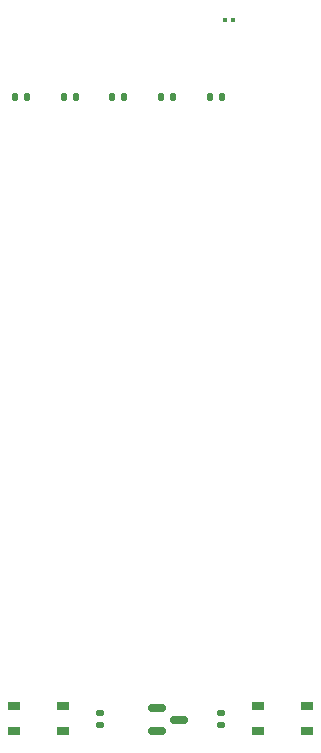
<source format=gbr>
%TF.GenerationSoftware,KiCad,Pcbnew,9.0.2*%
%TF.CreationDate,2025-06-28T18:53:08+03:00*%
%TF.ProjectId,esp-remote-board,6573702d-7265-46d6-9f74-652d626f6172,rev?*%
%TF.SameCoordinates,Original*%
%TF.FileFunction,Paste,Top*%
%TF.FilePolarity,Positive*%
%FSLAX46Y46*%
G04 Gerber Fmt 4.6, Leading zero omitted, Abs format (unit mm)*
G04 Created by KiCad (PCBNEW 9.0.2) date 2025-06-28 18:53:08*
%MOMM*%
%LPD*%
G01*
G04 APERTURE LIST*
G04 Aperture macros list*
%AMRoundRect*
0 Rectangle with rounded corners*
0 $1 Rounding radius*
0 $2 $3 $4 $5 $6 $7 $8 $9 X,Y pos of 4 corners*
0 Add a 4 corners polygon primitive as box body*
4,1,4,$2,$3,$4,$5,$6,$7,$8,$9,$2,$3,0*
0 Add four circle primitives for the rounded corners*
1,1,$1+$1,$2,$3*
1,1,$1+$1,$4,$5*
1,1,$1+$1,$6,$7*
1,1,$1+$1,$8,$9*
0 Add four rect primitives between the rounded corners*
20,1,$1+$1,$2,$3,$4,$5,0*
20,1,$1+$1,$4,$5,$6,$7,0*
20,1,$1+$1,$6,$7,$8,$9,0*
20,1,$1+$1,$8,$9,$2,$3,0*%
G04 Aperture macros list end*
%ADD10RoundRect,0.135000X-0.135000X-0.185000X0.135000X-0.185000X0.135000X0.185000X-0.135000X0.185000X0*%
%ADD11R,1.050000X0.650000*%
%ADD12RoundRect,0.135000X-0.185000X0.135000X-0.185000X-0.135000X0.185000X-0.135000X0.185000X0.135000X0*%
%ADD13RoundRect,0.079500X0.079500X0.100500X-0.079500X0.100500X-0.079500X-0.100500X0.079500X-0.100500X0*%
%ADD14RoundRect,0.150000X-0.587500X-0.150000X0.587500X-0.150000X0.587500X0.150000X-0.587500X0.150000X0*%
G04 APERTURE END LIST*
D10*
%TO.C,R20*%
X148846270Y-75260000D03*
X149866270Y-75260000D03*
%TD*%
%TO.C,R15*%
X157101270Y-75260000D03*
X158121270Y-75260000D03*
%TD*%
D11*
%TO.C,SW3*%
X140505256Y-126832230D03*
X144655256Y-126832230D03*
X140505256Y-128982230D03*
X144655256Y-128982230D03*
%TD*%
D10*
%TO.C,R21*%
X152973770Y-75260000D03*
X153993770Y-75260000D03*
%TD*%
D12*
%TO.C,R17*%
X158052564Y-127397230D03*
X158052564Y-128417230D03*
%TD*%
D13*
%TO.C,D3*%
X159032270Y-68760000D03*
X158342270Y-68760000D03*
%TD*%
D11*
%TO.C,SW4*%
X161215000Y-126832230D03*
X165365000Y-126832230D03*
X161215000Y-128982230D03*
X165365000Y-128982230D03*
%TD*%
D14*
%TO.C,Q1*%
X152592500Y-127044730D03*
X152592500Y-128944730D03*
X154467500Y-127994730D03*
%TD*%
D10*
%TO.C,R19*%
X144718770Y-75260000D03*
X145738770Y-75260000D03*
%TD*%
D12*
%TO.C,R16*%
X147817692Y-127397230D03*
X147817692Y-128417230D03*
%TD*%
D10*
%TO.C,R18*%
X140591270Y-75260000D03*
X141611270Y-75260000D03*
%TD*%
M02*

</source>
